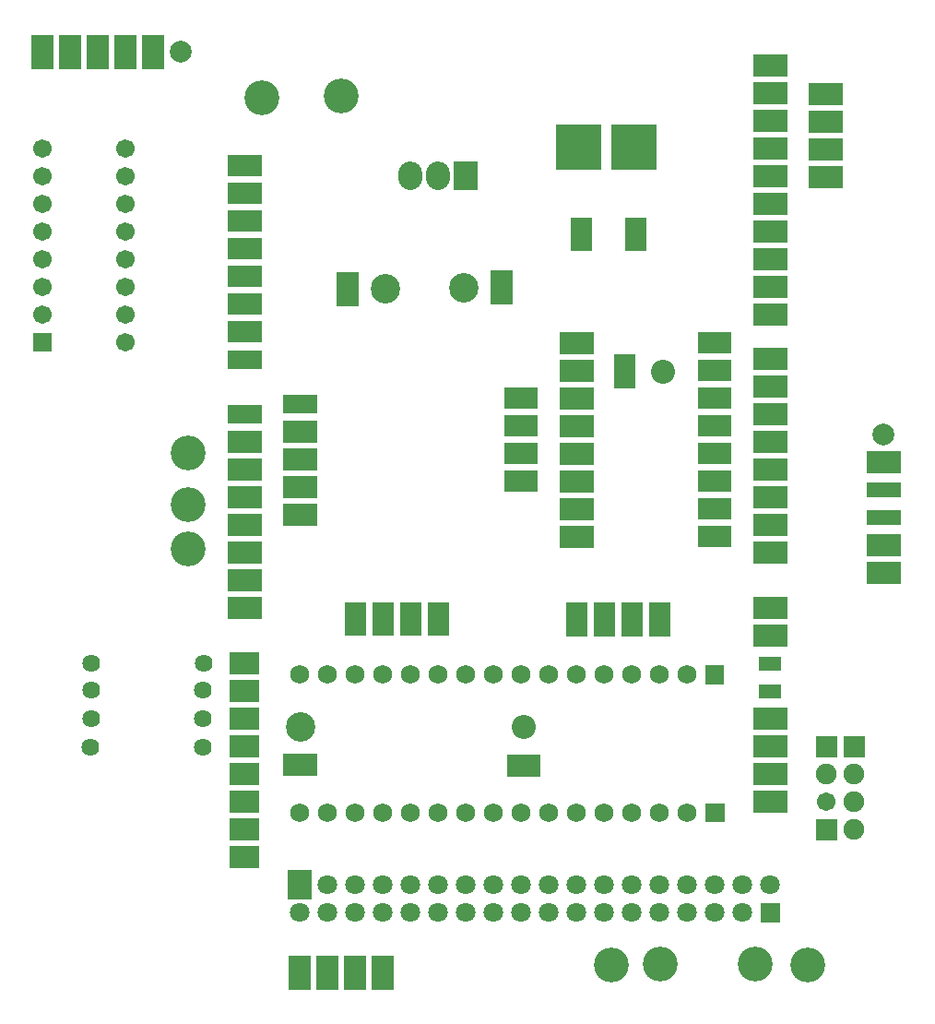
<source format=gbs>
G04 Layer: BottomSolderMaskLayer*
G04 EasyEDA v6.4.19.5, 2021-04-28T11:36:21--3:00*
G04 a7b3d4a08c6744a69a75d88212847143,e32968b322094deeae1279e20ae9dd51,10*
G04 Gerber Generator version 0.2*
G04 Scale: 100 percent, Rotated: No, Reflected: No *
G04 Dimensions in millimeters *
G04 leading zeros omitted , absolute positions ,4 integer and 5 decimal *
%FSLAX45Y45*%
%MOMM*%

%ADD44C,2.2032*%
%ADD45C,3.2032*%
%ADD46C,1.6256*%
%ADD47C,2.7032*%
%ADD50C,1.9032*%
%ADD53C,1.7032*%
%ADD59C,2.0032*%
%ADD61C,1.7272*%
%ADD64C,1.8032*%
%ADD66C,1.7016*%

%LPD*%
D44*
X52398193Y6474604D02*
G01*
X52398193Y6524604D01*
X52144193Y6474604D02*
G01*
X52144193Y6524604D01*
D45*
G01*
X53983000Y-743280D03*
G01*
X54433012Y-733374D03*
G01*
X55305198Y-732993D03*
G01*
X55792090Y-745794D03*
G01*
X50779705Y7215606D03*
G01*
X51501598Y7228890D03*
G01*
X50100204Y3953814D03*
G01*
X50097410Y3484905D03*
G01*
X50100204Y3074212D03*
D46*
G01*
X50242038Y2024684D03*
G01*
X49212017Y2024684D03*
G01*
X50237821Y1775485D03*
G01*
X49207800Y1775485D03*
G01*
X50239625Y1517395D03*
G01*
X49209604Y1517395D03*
G01*
X50235231Y1250899D03*
G01*
X49205210Y1250899D03*
D47*
G01*
X52628495Y5474284D03*
G36*
X52878227Y5319013D02*
G01*
X52878227Y5629402D01*
X53078634Y5629402D01*
X53078634Y5319013D01*
G37*
G36*
X54109620Y5807710D02*
G01*
X54109620Y6117844D01*
X54310025Y6117844D01*
X54310025Y5807710D01*
G37*
G36*
X53609748Y5807710D02*
G01*
X53609748Y6117844D01*
X53810154Y6117844D01*
X53810154Y5807710D01*
G37*
G36*
X52541931Y6364478D02*
G01*
X52541931Y6634734D01*
X52762404Y6634734D01*
X52762404Y6364478D01*
G37*
D50*
G01*
X56216702Y498220D03*
G36*
X55862474Y1165097D02*
G01*
X55862474Y1355344D01*
X56062879Y1355344D01*
X56062879Y1165097D01*
G37*
G36*
X56116474Y1160018D02*
G01*
X56116474Y1360423D01*
X56316879Y1360423D01*
X56316879Y1160018D01*
G37*
G01*
X55962702Y1006220D03*
G01*
X56216702Y1006220D03*
D53*
G01*
X55962702Y752220D03*
D50*
G01*
X56216702Y752220D03*
G36*
X55862474Y398018D02*
G01*
X55862474Y598423D01*
X56062879Y598423D01*
X56062879Y398018D01*
G37*
D47*
G01*
X51131317Y1444320D03*
G36*
X50976022Y994155D02*
G01*
X50976022Y1194562D01*
X51286409Y1194562D01*
X51286409Y994155D01*
G37*
D44*
G01*
X53182596Y1437919D03*
G36*
X53027325Y987805D02*
G01*
X53027325Y1187957D01*
X53337714Y1187957D01*
X53337714Y987805D01*
G37*
D47*
G01*
X51913129Y5460517D03*
G36*
X51462940Y5305297D02*
G01*
X51462940Y5615686D01*
X51663346Y5615686D01*
X51663346Y5305297D01*
G37*
D44*
G01*
X54457904Y4702302D03*
G36*
X54007766Y4547107D02*
G01*
X54007766Y4857495D01*
X54207918Y4857495D01*
X54207918Y4547107D01*
G37*
G36*
X53982366Y6550913D02*
G01*
X53982366Y6971284D01*
X54402736Y6971284D01*
X54402736Y6550913D01*
G37*
G36*
X53474366Y6550913D02*
G01*
X53474366Y6971284D01*
X53894736Y6971284D01*
X53894736Y6550913D01*
G37*
G36*
X50972211Y4318000D02*
G01*
X50972211Y4488179D01*
X51282600Y4488179D01*
X51282600Y4318000D01*
G37*
G36*
X50972211Y3287013D02*
G01*
X50972211Y3487165D01*
X51282600Y3487165D01*
X51282600Y3287013D01*
G37*
G36*
X50972211Y3541013D02*
G01*
X50972211Y3741165D01*
X51282600Y3741165D01*
X51282600Y3541013D01*
G37*
G36*
X50972211Y3795013D02*
G01*
X50972211Y3995165D01*
X51282600Y3995165D01*
X51282600Y3795013D01*
G37*
G36*
X50972211Y4049013D02*
G01*
X50972211Y4249165D01*
X51282600Y4249165D01*
X51282600Y4049013D01*
G37*
G36*
X55290211Y652526D02*
G01*
X55290211Y852931D01*
X55600600Y852931D01*
X55600600Y652526D01*
G37*
G36*
X55290211Y2430526D02*
G01*
X55290211Y2630931D01*
X55600600Y2630931D01*
X55600600Y2430526D01*
G37*
G36*
X55290211Y2176526D02*
G01*
X55290211Y2376931D01*
X55600600Y2376931D01*
X55600600Y2176526D01*
G37*
G36*
X55345329Y1957578D02*
G01*
X55345329Y2087879D01*
X55545736Y2087879D01*
X55545736Y1957578D01*
G37*
G36*
X55345329Y1703578D02*
G01*
X55345329Y1833879D01*
X55545736Y1833879D01*
X55545736Y1703578D01*
G37*
G36*
X55290211Y1414526D02*
G01*
X55290211Y1614931D01*
X55600600Y1614931D01*
X55600600Y1414526D01*
G37*
G36*
X55290211Y1160526D02*
G01*
X55290211Y1360931D01*
X55600600Y1360931D01*
X55600600Y1160526D01*
G37*
G36*
X55290211Y906526D02*
G01*
X55290211Y1106931D01*
X55600600Y1106931D01*
X55600600Y906526D01*
G37*
G36*
X53512211Y3087370D02*
G01*
X53512211Y3287776D01*
X53822600Y3287776D01*
X53822600Y3087370D01*
G37*
G36*
X53512211Y4865370D02*
G01*
X53512211Y5065776D01*
X53822600Y5065776D01*
X53822600Y4865370D01*
G37*
G36*
X53512211Y4611370D02*
G01*
X53512211Y4811776D01*
X53822600Y4811776D01*
X53822600Y4611370D01*
G37*
G36*
X53512211Y4357370D02*
G01*
X53512211Y4557776D01*
X53822600Y4557776D01*
X53822600Y4357370D01*
G37*
G36*
X53512211Y4103370D02*
G01*
X53512211Y4303776D01*
X53822600Y4303776D01*
X53822600Y4103370D01*
G37*
G36*
X53512211Y3849370D02*
G01*
X53512211Y4049776D01*
X53822600Y4049776D01*
X53822600Y3849370D01*
G37*
G36*
X53512211Y3595370D02*
G01*
X53512211Y3795776D01*
X53822600Y3795776D01*
X53822600Y3595370D01*
G37*
G36*
X53512211Y3341370D02*
G01*
X53512211Y3541776D01*
X53822600Y3541776D01*
X53822600Y3341370D01*
G37*
G36*
X55290211Y4716779D02*
G01*
X55290211Y4916931D01*
X55600600Y4916931D01*
X55600600Y4716779D01*
G37*
G36*
X55290211Y2938779D02*
G01*
X55290211Y3138931D01*
X55600600Y3138931D01*
X55600600Y2938779D01*
G37*
G36*
X55290211Y3192779D02*
G01*
X55290211Y3392931D01*
X55600600Y3392931D01*
X55600600Y3192779D01*
G37*
G36*
X55290211Y3446779D02*
G01*
X55290211Y3646931D01*
X55600600Y3646931D01*
X55600600Y3446779D01*
G37*
G36*
X55290211Y3700779D02*
G01*
X55290211Y3900931D01*
X55600600Y3900931D01*
X55600600Y3700779D01*
G37*
G36*
X55290211Y3954779D02*
G01*
X55290211Y4154931D01*
X55600600Y4154931D01*
X55600600Y3954779D01*
G37*
G36*
X55290211Y4208779D02*
G01*
X55290211Y4408931D01*
X55600600Y4408931D01*
X55600600Y4208779D01*
G37*
G36*
X55290211Y4462779D02*
G01*
X55290211Y4662931D01*
X55600600Y4662931D01*
X55600600Y4462779D01*
G37*
G36*
X54780179Y4868163D02*
G01*
X54780179Y5068570D01*
X55090568Y5068570D01*
X55090568Y4868163D01*
G37*
G36*
X54780179Y3090163D02*
G01*
X54780179Y3290570D01*
X55090568Y3290570D01*
X55090568Y3090163D01*
G37*
G36*
X54780179Y3344163D02*
G01*
X54780179Y3544570D01*
X55090568Y3544570D01*
X55090568Y3344163D01*
G37*
G36*
X54780179Y3598163D02*
G01*
X54780179Y3798570D01*
X55090568Y3798570D01*
X55090568Y3598163D01*
G37*
G36*
X54780179Y3852163D02*
G01*
X54780179Y4052570D01*
X55090568Y4052570D01*
X55090568Y3852163D01*
G37*
G36*
X54780179Y4106163D02*
G01*
X54780179Y4306570D01*
X55090568Y4306570D01*
X55090568Y4106163D01*
G37*
G36*
X54780179Y4360163D02*
G01*
X54780179Y4560570D01*
X55090568Y4560570D01*
X55090568Y4360163D01*
G37*
G36*
X54780179Y4614163D02*
G01*
X54780179Y4814570D01*
X55090568Y4814570D01*
X55090568Y4614163D01*
G37*
G36*
X50484532Y1922779D02*
G01*
X50484532Y2123186D01*
X50754788Y2123186D01*
X50754788Y1922779D01*
G37*
G36*
X50484532Y144779D02*
G01*
X50484532Y345186D01*
X50754788Y345186D01*
X50754788Y144779D01*
G37*
G36*
X50484532Y398779D02*
G01*
X50484532Y599186D01*
X50754788Y599186D01*
X50754788Y398779D01*
G37*
G36*
X50484532Y652779D02*
G01*
X50484532Y853186D01*
X50754788Y853186D01*
X50754788Y652779D01*
G37*
G36*
X50484532Y906779D02*
G01*
X50484532Y1107186D01*
X50754788Y1107186D01*
X50754788Y906779D01*
G37*
G36*
X50484532Y1160779D02*
G01*
X50484532Y1361186D01*
X50754788Y1361186D01*
X50754788Y1160779D01*
G37*
G36*
X50484532Y1414779D02*
G01*
X50484532Y1615186D01*
X50754788Y1615186D01*
X50754788Y1414779D01*
G37*
G36*
X50484532Y1668779D02*
G01*
X50484532Y1869186D01*
X50754788Y1869186D01*
X50754788Y1668779D01*
G37*
G36*
X50464466Y4224020D02*
G01*
X50464466Y4394454D01*
X50774854Y4394454D01*
X50774854Y4224020D01*
G37*
G36*
X50464466Y2431034D02*
G01*
X50464466Y2631439D01*
X50774854Y2631439D01*
X50774854Y2431034D01*
G37*
G36*
X50464466Y2685034D02*
G01*
X50464466Y2885439D01*
X50774854Y2885439D01*
X50774854Y2685034D01*
G37*
G36*
X50464466Y2939034D02*
G01*
X50464466Y3139439D01*
X50774854Y3139439D01*
X50774854Y2939034D01*
G37*
G36*
X50464466Y3193034D02*
G01*
X50464466Y3393439D01*
X50774854Y3393439D01*
X50774854Y3193034D01*
G37*
G36*
X50464466Y3447034D02*
G01*
X50464466Y3647439D01*
X50774854Y3647439D01*
X50774854Y3447034D01*
G37*
G36*
X50464466Y3701034D02*
G01*
X50464466Y3901439D01*
X50774854Y3901439D01*
X50774854Y3701034D01*
G37*
G36*
X50464466Y3955034D02*
G01*
X50464466Y4155439D01*
X50774854Y4155439D01*
X50774854Y3955034D01*
G37*
G36*
X53002179Y4359655D02*
G01*
X53002179Y4560062D01*
X53312568Y4560062D01*
X53312568Y4359655D01*
G37*
G36*
X53002179Y3597655D02*
G01*
X53002179Y3798062D01*
X53312568Y3798062D01*
X53312568Y3597655D01*
G37*
G36*
X53002179Y3851655D02*
G01*
X53002179Y4052062D01*
X53312568Y4052062D01*
X53312568Y3851655D01*
G37*
G36*
X53002179Y4105655D02*
G01*
X53002179Y4306062D01*
X53312568Y4306062D01*
X53312568Y4105655D01*
G37*
G36*
X56333136Y2753105D02*
G01*
X56333136Y2953512D01*
X56643524Y2953512D01*
X56643524Y2753105D01*
G37*
D59*
G01*
X56488304Y4123283D03*
G36*
X56333136Y3769105D02*
G01*
X56333136Y3969512D01*
X56643524Y3969512D01*
X56643524Y3769105D01*
G37*
G36*
X56333136Y3545078D02*
G01*
X56333136Y3685539D01*
X56643524Y3685539D01*
X56643524Y3545078D01*
G37*
G36*
X56333136Y3291078D02*
G01*
X56333136Y3431539D01*
X56643524Y3431539D01*
X56643524Y3291078D01*
G37*
G36*
X56333136Y3007105D02*
G01*
X56333136Y3207512D01*
X56643524Y3207512D01*
X56643524Y3007105D01*
G37*
G36*
X55291736Y5123179D02*
G01*
X55291736Y5323586D01*
X55602124Y5323586D01*
X55602124Y5123179D01*
G37*
G36*
X55291736Y7409179D02*
G01*
X55291736Y7609586D01*
X55602124Y7609586D01*
X55602124Y7409179D01*
G37*
G36*
X55291736Y7155179D02*
G01*
X55291736Y7355586D01*
X55602124Y7355586D01*
X55602124Y7155179D01*
G37*
G36*
X55291736Y6901179D02*
G01*
X55291736Y7101586D01*
X55602124Y7101586D01*
X55602124Y6901179D01*
G37*
G36*
X55291736Y6647179D02*
G01*
X55291736Y6847586D01*
X55602124Y6847586D01*
X55602124Y6647179D01*
G37*
G36*
X55291736Y6393179D02*
G01*
X55291736Y6593586D01*
X55602124Y6593586D01*
X55602124Y6393179D01*
G37*
G36*
X55291736Y6139179D02*
G01*
X55291736Y6339586D01*
X55602124Y6339586D01*
X55602124Y6139179D01*
G37*
G36*
X55291736Y5885179D02*
G01*
X55291736Y6085586D01*
X55602124Y6085586D01*
X55602124Y5885179D01*
G37*
G36*
X55291736Y5631179D02*
G01*
X55291736Y5831586D01*
X55602124Y5831586D01*
X55602124Y5631179D01*
G37*
G36*
X55291736Y5377179D02*
G01*
X55291736Y5577586D01*
X55602124Y5577586D01*
X55602124Y5377179D01*
G37*
G36*
X54329584Y2272792D02*
G01*
X54329584Y2583179D01*
X54529736Y2583179D01*
X54529736Y2272792D01*
G37*
G36*
X53567584Y2272792D02*
G01*
X53567584Y2583179D01*
X53767736Y2583179D01*
X53767736Y2272792D01*
G37*
G36*
X53821584Y2272792D02*
G01*
X53821584Y2583179D01*
X54021736Y2583179D01*
X54021736Y2272792D01*
G37*
G36*
X54075584Y2272792D02*
G01*
X54075584Y2583179D01*
X54275736Y2583179D01*
X54275736Y2272792D01*
G37*
D61*
G01*
X51126313Y1920417D03*
G36*
X54850029Y1834134D02*
G01*
X54850029Y2006854D01*
X55022750Y2006854D01*
X55022750Y1834134D01*
G37*
G01*
X54682313Y1920417D03*
G01*
X54428313Y1920417D03*
G01*
X54174313Y1920417D03*
G01*
X53920313Y1920417D03*
G01*
X53666313Y1920417D03*
G01*
X53412313Y1920417D03*
G01*
X53158313Y1920417D03*
G01*
X52904313Y1920417D03*
G01*
X52650313Y1920417D03*
G01*
X52396313Y1920417D03*
G01*
X52142313Y1920417D03*
G01*
X51888313Y1920417D03*
G01*
X51634313Y1920417D03*
G01*
X51380313Y1920417D03*
G01*
X51128802Y651611D03*
G36*
X54852316Y565150D02*
G01*
X54852316Y737870D01*
X55025036Y737870D01*
X55025036Y565150D01*
G37*
G01*
X54684802Y651611D03*
G01*
X54430802Y651611D03*
G01*
X54176802Y651611D03*
G01*
X53922802Y651611D03*
G01*
X53668802Y651611D03*
G01*
X53414802Y651611D03*
G01*
X53160802Y651611D03*
G01*
X52906802Y651611D03*
G01*
X52652802Y651611D03*
G01*
X52398802Y651611D03*
G01*
X52144802Y651611D03*
G01*
X51890802Y651611D03*
G01*
X51636802Y651611D03*
G01*
X51382802Y651611D03*
G36*
X51017170Y-144271D02*
G01*
X51017170Y125984D01*
X51237641Y125984D01*
X51237641Y-144271D01*
G37*
G36*
X55355236Y-353313D02*
G01*
X55355236Y-172973D01*
X55535575Y-172973D01*
X55535575Y-353313D01*
G37*
D64*
G01*
X55445406Y-9067D03*
G01*
X55191406Y-263067D03*
G01*
X55191406Y-9067D03*
G01*
X54937406Y-263067D03*
G01*
X54937406Y-9067D03*
G01*
X54683406Y-263067D03*
G01*
X54683406Y-9067D03*
G01*
X54429406Y-263067D03*
G01*
X54429406Y-9067D03*
G01*
X54175406Y-263067D03*
G01*
X54175406Y-9067D03*
G01*
X53921406Y-263067D03*
G01*
X53921406Y-9067D03*
G01*
X53667406Y-263067D03*
G01*
X53667406Y-9067D03*
G01*
X53413406Y-263067D03*
G01*
X53413406Y-9067D03*
G01*
X53159406Y-263067D03*
G01*
X53159406Y-9067D03*
G01*
X52905406Y-263067D03*
G01*
X52905406Y-9067D03*
G01*
X52651406Y-263067D03*
G01*
X52651406Y-9067D03*
G01*
X52397406Y-263067D03*
G01*
X52397406Y-9067D03*
G01*
X52143406Y-263067D03*
G01*
X52143406Y-9067D03*
G01*
X51889406Y-263067D03*
G01*
X51889406Y-9067D03*
G01*
X51635406Y-263067D03*
G01*
X51635406Y-9067D03*
G01*
X51381406Y-263067D03*
G01*
X51381406Y-9067D03*
G01*
X51127406Y-263067D03*
G36*
X55799736Y7148068D02*
G01*
X55799736Y7348473D01*
X56109870Y7348473D01*
X56109870Y7148068D01*
G37*
G36*
X55799736Y6386068D02*
G01*
X55799736Y6586473D01*
X56109870Y6586473D01*
X56109870Y6386068D01*
G37*
G36*
X55799736Y6640068D02*
G01*
X55799736Y6840473D01*
X56109870Y6840473D01*
X56109870Y6640068D01*
G37*
G36*
X55799736Y6894068D02*
G01*
X55799736Y7094473D01*
X56109870Y7094473D01*
X56109870Y6894068D01*
G37*
G36*
X50464466Y6491731D02*
G01*
X50464466Y6692137D01*
X50774854Y6692137D01*
X50774854Y6491731D01*
G37*
G36*
X50464466Y4728718D02*
G01*
X50464466Y4899152D01*
X50774854Y4899152D01*
X50774854Y4728718D01*
G37*
G36*
X50464466Y4967731D02*
G01*
X50464466Y5168137D01*
X50774854Y5168137D01*
X50774854Y4967731D01*
G37*
G36*
X50464466Y5221731D02*
G01*
X50464466Y5422137D01*
X50774854Y5422137D01*
X50774854Y5221731D01*
G37*
G36*
X50464466Y5475731D02*
G01*
X50464466Y5676137D01*
X50774854Y5676137D01*
X50774854Y5475731D01*
G37*
G36*
X50464466Y5729731D02*
G01*
X50464466Y5930137D01*
X50774854Y5930137D01*
X50774854Y5729731D01*
G37*
G36*
X50464466Y5983731D02*
G01*
X50464466Y6184137D01*
X50774854Y6184137D01*
X50774854Y5983731D01*
G37*
G36*
X50464466Y6237731D02*
G01*
X50464466Y6438137D01*
X50774854Y6438137D01*
X50774854Y6237731D01*
G37*
G36*
X51785011Y-971295D02*
G01*
X51785011Y-660907D01*
X51985418Y-660907D01*
X51985418Y-971295D01*
G37*
G36*
X51023011Y-971295D02*
G01*
X51023011Y-660907D01*
X51223418Y-660907D01*
X51223418Y-971295D01*
G37*
G36*
X51277011Y-971295D02*
G01*
X51277011Y-660907D01*
X51477418Y-660907D01*
X51477418Y-971295D01*
G37*
G36*
X51531011Y-971295D02*
G01*
X51531011Y-660907D01*
X51731418Y-660907D01*
X51731418Y-971295D01*
G37*
G36*
X48679861Y4885689D02*
G01*
X48679861Y5055870D01*
X48850041Y5055870D01*
X48850041Y4885689D01*
G37*
D66*
G01*
X49526901Y4970906D03*
G01*
X49526901Y5224906D03*
G01*
X49526901Y5478906D03*
G01*
X49526901Y5732906D03*
G01*
X49526901Y5986906D03*
G01*
X49526901Y6240906D03*
G01*
X49526901Y6494906D03*
G01*
X49526901Y6748906D03*
G01*
X48764901Y6748906D03*
G01*
X48764901Y6494906D03*
G01*
X48764901Y6240906D03*
G01*
X48764901Y5986906D03*
G01*
X48764901Y5732906D03*
G01*
X48764901Y5478906D03*
G01*
X48764901Y5224906D03*
G36*
X48662590Y7480045D02*
G01*
X48662590Y7790179D01*
X48862996Y7790179D01*
X48862996Y7480045D01*
G37*
D59*
G01*
X50032793Y7635087D03*
G36*
X49678590Y7480045D02*
G01*
X49678590Y7790179D01*
X49878996Y7790179D01*
X49878996Y7480045D01*
G37*
G36*
X49424590Y7480045D02*
G01*
X49424590Y7790179D01*
X49624996Y7790179D01*
X49624996Y7480045D01*
G37*
G36*
X49170590Y7480045D02*
G01*
X49170590Y7790179D01*
X49370996Y7790179D01*
X49370996Y7480045D01*
G37*
G36*
X48916590Y7480045D02*
G01*
X48916590Y7790179D01*
X49116996Y7790179D01*
X49116996Y7480045D01*
G37*
G36*
X52299870Y2277363D02*
G01*
X52299870Y2587752D01*
X52500275Y2587752D01*
X52500275Y2277363D01*
G37*
G36*
X51537870Y2277363D02*
G01*
X51537870Y2587752D01*
X51738275Y2587752D01*
X51738275Y2277363D01*
G37*
G36*
X51791870Y2277363D02*
G01*
X51791870Y2587752D01*
X51992275Y2587752D01*
X51992275Y2277363D01*
G37*
G36*
X52045870Y2277363D02*
G01*
X52045870Y2587752D01*
X52246275Y2587752D01*
X52246275Y2277363D01*
G37*
M02*

</source>
